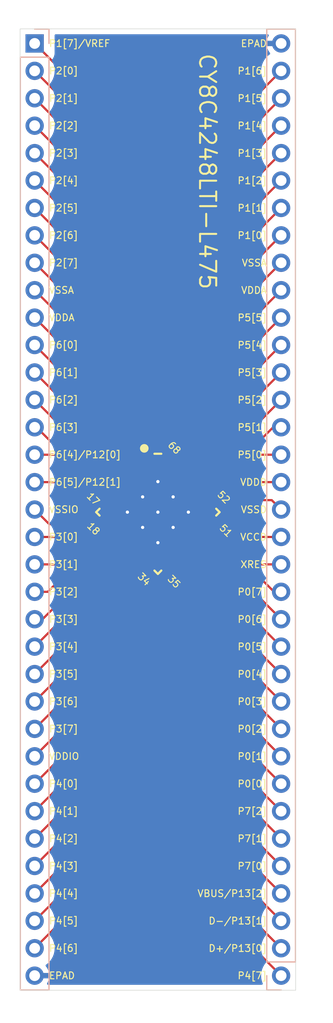
<source format=kicad_pcb>
(kicad_pcb (version 20240108) (generator "pcbnew") (generator_version "8.0")
  (layers (0 "F.Cu" signal) (31 "B.Cu" signal) (34 "B.Paste" user) (35 "F.Paste" user) (36 "B.SilkS" user "B.Silkscreen") (37 "F.SilkS" user "F.Silkscreen") (38 "B.Mask" user) (39 "F.Mask" user) (44 "Edge.Cuts" user))
  (net 0 "")
  (net 1 "/P2_4")
  (net 2 "/P4_5")
  (net 3 "/P4_4")
  (net 4 "/P6_3")
  (net 5 "/P2_7")
  (net 6 "/P2_1")
  (net 7 "/VSSIO")
  (net 8 "/P3_3")
  (net 9 "/P6_4_P12_0")
  (net 10 "/P4_1")
  (net 11 "/P2_0")
  (net 12 "/P6_5_P12_1")
  (net 13 "/P6_0")
  (net 14 "/P6_2")
  (net 15 "/P3_2")
  (net 16 "/P4_2")
  (net 17 "/P3_6")
  (net 18 "/VDDIO")
  (net 19 "/P2_6")
  (net 20 "/P3_5")
  (net 21 "/EPAD")
  (net 22 "/P2_5")
  (net 23 "/P1_7_VREF")
  (net 24 "/P2_2")
  (net 25 "/P3_0")
  (net 26 "/P2_3")
  (net 27 "/P3_7")
  (net 28 "/P6_1")
  (net 29 "/P3_4")
  (net 30 "/P4_0")
  (net 31 "/P3_1")
  (net 32 "/P4_6")
  (net 33 "/P4_3")
  (net 34 "/VDDD")
  (net 35 "/P5_3")
  (net 36 "/P1_1")
  (net 37 "/P1_0")
  (net 38 "/P0_3")
  (net 39 "/VCCD")
  (net 40 "/P0_1")
  (net 41 "/P5_4")
  (net 42 "/VBUS_P13_2")
  (net 43 "/XRES")
  (net 44 "/D+_P13_0")
  (net 45 "/P7_1")
  (net 46 "/P1_5")
  (net 47 "/P0_7")
  (net 48 "/P0_2")
  (net 49 "/P0_4")
  (net 50 "/P7_0")
  (net 51 "/P0_6")
  (net 52 "/P5_5")
  (net 53 "/P1_4")
  (net 54 "/P5_1")
  (net 55 "/P4_7")
  (net 56 "/VSSD")
  (net 57 "/P1_6")
  (net 58 "/P0_0")
  (net 59 "/P5_2")
  (net 60 "/P7_2")
  (net 61 "/D-_P13_1")
  (net 62 "/P1_2")
  (net 63 "/P5_0")
  (net 64 "/P1_3")
  (net 65 "/P0_5")
  (net 66 "/VSSA_0")
  (net 67 "/VSSA_1")
  (net 68 "/VDDA_0")
  (net 69 "/VDDA_1")
  (footprint "CY8C4248LTI-L475:QFN40P800X800X100-69N" (layer "F.Cu") (at 57.712 62.993889 -45)
    (property "Reference" "U1" (hide yes))
    (property "Value" "*")
    (fp_line (start -4.05 4.05) (end -4.05 3.6) (stroke (width 0.2)) (layer "F.SilkS"))
    (fp_line (start -4.05 4.05) (end -3.6 4.05) (stroke (width 0.2)) (layer "F.SilkS"))
    (fp_line (start -4.05 -3.6) (end -3.6 -4.05) (stroke (width 0.2)) (layer "F.SilkS"))
    (fp_line (start 3.6 4.05) (end 4.05 4.05) (stroke (width 0.2)) (layer "F.SilkS"))
    (fp_line (start 4.05 4.05) (end 4.05 3.6) (stroke (width 0.2)) (layer "F.SilkS"))
    (fp_line (start 3.6 -4.05) (end 4.05 -4.05) (stroke (width 0.2)) (layer "F.SilkS"))
    (fp_line (start 4.05 -3.6) (end 4.05 -4.05) (stroke (width 0.2)) (layer "F.SilkS"))
    (fp_circle (center -5.0707 -3.2851) (end -5.0707 -3.4852) (stroke (width 0.4)) (fill none) (layer "F.SilkS"))
    (fp_text user "17" (at -5.7752 3.744121 -45) (layer "F.SilkS") (effects (font (size 0.632 0.632) (thickness 0.1)) (justify left bottom)))
    (fp_text user "51" (at 5 -2.87258 -45) (layer "F.SilkS") (effects (font (size 0.632 0.632) (thickness 0.1)) (justify left bottom)))
    (fp_text user "34" (at 2.825 5.67742 -45) (layer "F.SilkS") (effects (font (size 0.632 0.632) (thickness 0.1)) (justify left bottom)))
    (fp_text user "35" (at 4.9499 3.86912 -45) (layer "F.SilkS") (effects (font (size 0.632 0.632) (thickness 0.1)) (justify left bottom)))
    (fp_text user "52" (at 2.675 -4.922212 -45) (layer "F.SilkS") (effects (font (size 0.635 0.635) (thickness 0.1)) (justify left bottom)))
    (fp_text user "68" (at -3.8 -4.922212 -45) (layer "F.SilkS") (effects (font (size 0.635 0.635) (thickness 0.1)) (justify left bottom)))
    (fp_text user "18" (at -3.8 5.67742 -45) (layer "F.SilkS") (effects (font (size 0.632 0.632) (thickness 0.1)) (justify left bottom)))
    (pad "" smd circle (at -4.8095 4.8095 315) (size 1 1) (layers "F.Cu" "F.Paste" "F.Mask"))
    (pad "" smd circle (at 4.8095 -4.8095 315) (size 1 1) (layers "F.Cu" "F.Paste" "F.Mask"))
    (pad "1" smd oval (at -3.95 -3.2 315) (size 0.85 0.2) (layers "F.Cu" "F.Paste" "F.Mask") (net 23 "/P1_7_VREF"))
    (pad "2" smd oval (at -3.95 -2.8 315) (size 0.85 0.2) (layers "F.Cu" "F.Paste" "F.Mask") (net 11 "/P2_0"))
    (pad "3" smd oval (at -3.95 -2.4 315) (size 0.85 0.2) (layers "F.Cu" "F.Paste" "F.Mask") (net 6 "/P2_1"))
    (pad "4" smd oval (at -3.95 -2 315) (size 0.85 0.2) (layers "F.Cu" "F.Paste" "F.Mask") (net 24 "/P2_2"))
    (pad "5" smd oval (at -3.95 -1.6 315) (size 0.85 0.2) (layers "F.Cu" "F.Paste" "F.Mask") (net 26 "/P2_3"))
    (pad "6" smd oval (at -3.95 -1.2 315) (size 0.85 0.2) (layers "F.Cu" "F.Paste" "F.Mask") (net 1 "/P2_4"))
    (pad "7" smd oval (at -3.95 -0.8 315) (size 0.85 0.2) (layers "F.Cu" "F.Paste" "F.Mask") (net 22 "/P2_5"))
    (pad "8" smd oval (at -3.95 -0.4 315) (size 0.85 0.2) (layers "F.Cu" "F.Paste" "F.Mask") (net 19 "/P2_6"))
    (pad "9" smd oval (at -3.95 0 315) (size 0.85 0.2) (layers "F.Cu" "F.Paste" "F.Mask") (net 5 "/P2_7"))
    (pad "10" smd oval (at -3.95 0.4 315) (size 0.85 0.2) (layers "F.Cu" "F.Paste" "F.Mask") (net 66 "/VSSA_0"))
    (pad "11" smd oval (at -3.95 0.8 315) (size 0.85 0.2) (layers "F.Cu" "F.Paste" "F.Mask") (net 68 "/VDDA_0"))
    (pad "12" smd oval (at -3.95 1.2 315) (size 0.85 0.2) (layers "F.Cu" "F.Paste" "F.Mask") (net 13 "/P6_0"))
    (pad "13" smd oval (at -3.95 1.6 315) (size 0.85 0.2) (layers "F.Cu" "F.Paste" "F.Mask") (net 28 "/P6_1"))
    (pad "14" smd oval (at -3.95 2 315) (size 0.85 0.2) (layers "F.Cu" "F.Paste" "F.Mask") (net 14 "/P6_2"))
    (pad "15" smd oval (at -3.95 2.4 315) (size 0.85 0.2) (layers "F.Cu" "F.Paste" "F.Mask") (net 4 "/P6_3"))
    (pad "16" smd oval (at -3.95 2.8 315) (size 0.85 0.2) (layers "F.Cu" "F.Paste" "F.Mask") (net 9 "/P6_4_P12_0"))
    (pad "17" smd oval (at -3.95 3.2 315) (size 0.85 0.2) (layers "F.Cu" "F.Paste" "F.Mask") (net 12 "/P6_5_P12_1"))
    (pad "18" smd oval (at -3.2 3.95 45) (size 0.85 0.2) (layers "F.Cu" "F.Paste" "F.Mask") (net 7 "/VSSIO"))
    (pad "19" smd oval (at -2.8 3.95 45) (size 0.85 0.2) (layers "F.Cu" "F.Paste" "F.Mask") (net 25 "/P3_0"))
    (pad "20" smd oval (at -2.4 3.95 45) (size 0.85 0.2) (layers "F.Cu" "F.Paste" "F.Mask") (net 31 "/P3_1"))
    (pad "21" smd oval (at -2 3.95 45) (size 0.85 0.2) (layers "F.Cu" "F.Paste" "F.Mask") (net 15 "/P3_2"))
    (pad "22" smd oval (at -1.6 3.95 45) (size 0.85 0.2) (layers "F.Cu" "F.Paste" "F.Mask") (net 8 "/P3_3"))
    (pad "23" smd oval (at -1.2 3.95 45) (size 0.85 0.2) (layers "F.Cu" "F.Paste" "F.Mask") (net 29 "/P3_4"))
    (pad "24" smd oval (at -0.8 3.95 45) (size 0.85 0.2) (layers "F.Cu" "F.Paste" "F.Mask") (net 20 "/P3_5"))
    (pad "25" smd oval (at -0.4 3.95 45) (size 0.85 0.2) (layers "F.Cu" "F.Paste" "F.Mask") (net 17 "/P3_6"))
    (pad "26" smd oval (at 0 3.95 45) (size 0.85 0.2) (layers "F.Cu" "F.Paste" "F.Mask") (net 27 "/P3_7"))
    (pad "27" smd oval (at 0.4 3.95 45) (size 0.85 0.2) (layers "F.Cu" "F.Paste" "F.Mask") (net 18 "/VDDIO"))
    (pad "28" smd oval (at 0.8 3.95 45) (size 0.85 0.2) (layers "F.Cu" "F.Paste" "F.Mask") (net 30 "/P4_0"))
    (pad "29" smd oval (at 1.2 3.95 45) (size 0.85 0.2) (layers "F.Cu" "F.Paste" "F.Mask") (net 10 "/P4_1"))
    (pad "30" smd oval (at 1.6 3.95 45) (size 0.85 0.2) (layers "F.Cu" "F.Paste" "F.Mask") (net 16 "/P4_2"))
    (pad "31" smd oval (at 2 3.95 45) (size 0.85 0.2) (layers "F.Cu" "F.Paste" "F.Mask") (net 33 "/P4_3"))
    (pad "32" smd oval (at 2.4 3.95 45) (size 0.85 0.2) (layers "F.Cu" "F.Paste" "F.Mask") (net 3 "/P4_4"))
    (pad "33" smd oval (at 2.8 3.95 45) (size 0.85 0.2) (layers "F.Cu" "F.Paste" "F.Mask") (net 2 "/P4_5"))
    (pad "34" smd oval (at 3.2 3.95 45) (size 0.85 0.2) (layers "F.Cu" "F.Paste" "F.Mask") (net 32 "/P4_6"))
    (pad "35" smd oval (at 3.95 3.2 315) (size 0.85 0.2) (layers "F.Cu" "F.Paste" "F.Mask") (net 55 "/P4_7"))
    (pad "36" smd oval (at 3.95 2.8 315) (size 0.85 0.2) (layers "F.Cu" "F.Paste" "F.Mask") (net 44 "/D+_P13_0"))
    (pad "37" smd oval (at 3.95 2.4 315) (size 0.85 0.2) (layers "F.Cu" "F.Paste" "F.Mask") (net 61 "/D-_P13_1"))
    (pad "38" smd oval (at 3.95 2 315) (size 0.85 0.2) (layers "F.Cu" "F.Paste" "F.Mask") (net 42 "/VBUS_P13_2"))
    (pad "39" smd oval (at 3.95 1.6 315) (size 0.85 0.2) (layers "F.Cu" "F.Paste" "F.Mask") (net 50 "/P7_0"))
    (pad "40" smd oval (at 3.95 1.2 315) (size 0.85 0.2) (layers "F.Cu" "F.Paste" "F.Mask") (net 45 "/P7_1"))
    (pad "41" smd oval (at 3.95 0.8 315) (size 0.85 0.2) (layers "F.Cu" "F.Paste" "F.Mask") (net 60 "/P7_2"))
    (pad "42" smd oval (at 3.95 0.4 315) (size 0.85 0.2) (layers "F.Cu" "F.Paste" "F.Mask") (net 58 "/P0_0"))
    (pad "43" smd oval (at 3.95 0 315) (size 0.85 0.2) (layers "F.Cu" "F.Paste" "F.Mask") (net 40 "/P0_1"))
    (pad "44" smd oval (at 3.95 -0.4 315) (size 0.85 0.2) (layers "F.Cu" "F.Paste" "F.Mask") (net 48 "/P0_2"))
    (pad "45" smd oval (at 3.95 -0.8 315) (size 0.85 0.2) (layers "F.Cu" "F.Paste" "F.Mask") (net 38 "/P0_3"))
    (pad "46" smd oval (at 3.95 -1.2 315) (size 0.85 0.2) (layers "F.Cu" "F.Paste" "F.Mask") (net 49 "/P0_4"))
    (pad "47" smd oval (at 3.95 -1.6 315) (size 0.85 0.2) (layers "F.Cu" "F.Paste" "F.Mask") (net 65 "/P0_5"))
    (pad "48" smd oval (at 3.95 -2 315) (size 0.85 0.2) (layers "F.Cu" "F.Paste" "F.Mask") (net 51 "/P0_6"))
    (pad "49" smd oval (at 3.95 -2.4 315) (size 0.85 0.2) (layers "F.Cu" "F.Paste" "F.Mask") (net 47 "/P0_7"))
    (pad "50" smd oval (at 3.95 -2.8 315) (size 0.85 0.2) (layers "F.Cu" "F.Paste" "F.Mask") (net 43 "/XRES"))
    (pad "51" smd oval (at 3.95 -3.2 315) (size 0.85 0.2) (layers "F.Cu" "F.Paste" "F.Mask") (net 39 "/VCCD"))
    (pad "52" smd oval (at 3.2 -3.95 45) (size 0.85 0.2) (layers "F.Cu" "F.Paste" "F.Mask") (net 56 "/VSSD"))
    (pad "53" smd oval (at 2.8 -3.95 45) (size 0.85 0.2) (layers "F.Cu" "F.Paste" "F.Mask") (net 34 "/VDDD"))
    (pad "54" smd oval (at 2.4 -3.95 45) (size 0.85 0.2) (layers "F.Cu" "F.Paste" "F.Mask") (net 63 "/P5_0"))
    (pad "55" smd oval (at 2 -3.95 45) (size 0.85 0.2) (layers "F.Cu" "F.Paste" "F.Mask") (net 54 "/P5_1"))
    (pad "56" smd oval (at 1.6 -3.95 45) (size 0.85 0.2) (layers "F.Cu" "F.Paste" "F.Mask") (net 59 "/P5_2"))
    (pad "57" smd oval (at 1.2 -3.95 45) (size 0.85 0.2) (layers "F.Cu" "F.Paste" "F.Mask") (net 35 "/P5_3"))
    (pad "58" smd oval (at 0.8 -3.95 45) (size 0.85 0.2) (layers "F.Cu" "F.Paste" "F.Mask") (net 41 "/P5_4"))
    (pad "59" smd oval (at 0.4 -3.95 45) (size 0.85 0.2) (layers "F.Cu" "F.Paste" "F.Mask") (net 52 "/P5_5"))
    (pad "60" smd oval (at 0 -3.95 45) (size 0.85 0.2) (layers "F.Cu" "F.Paste" "F.Mask") (net 69 "/VDDA_1"))
    (pad "61" smd oval (at -0.4 -3.95 45) (size 0.85 0.2) (layers "F.Cu" "F.Paste" "F.Mask") (net 67 "/VSSA_1"))
    (pad "62" smd oval (at -0.8 -3.95 45) (size 0.85 0.2) (layers "F.Cu" "F.Paste" "F.Mask") (net 37 "/P1_0"))
    (pad "63" smd oval (at -1.2 -3.95 45) (size 0.85 0.2) (layers "F.Cu" "F.Paste" "F.Mask") (net 36 "/P1_1"))
    (pad "64" smd oval (at -1.6 -3.95 45) (size 0.85 0.2) (layers "F.Cu" "F.Paste" "F.Mask") (net 62 "/P1_2"))
    (pad "65" smd oval (at -2 -3.95 45) (size 0.85 0.2) (layers "F.Cu" "F.Paste" "F.Mask") (net 64 "/P1_3"))
    (pad "66" smd oval (at -2.4 -3.95 45) (size 0.85 0.2) (layers "F.Cu" "F.Paste" "F.Mask") (net 53 "/P1_4"))
    (pad "67" smd oval (at -2.8 -3.95 45) (size 0.85 0.2) (layers "F.Cu" "F.Paste" "F.Mask") (net 46 "/P1_5"))
    (pad "68" smd oval (at -3.2 -3.95 45) (size 0.85 0.2) (layers "F.Cu" "F.Paste" "F.Mask") (net 57 "/P1_6"))
    (pad "69" smd rect (at 0 0 45) (size 5.8 5.8) (layers "F.Cu" "F.Paste" "F.Mask") (net 21 "/EPAD"))
  )
  (footprint "Connector_PinHeader_2.54mm:PinHeader_1x35_P2.54mm_Vertical" (layer "B.Cu") (at 46.282 19.5734 180)
    (property "Reference" "J1" (hide yes))
    (property "Value" "Conn_01x35" (hide yes))
    (fp_line (start 1.33 -1.27) (end -1.33 -1.27) (stroke (width 0.12)) (layer "B.SilkS"))
    (fp_line (start 1.33 -87.69) (end 1.33 -1.27) (stroke (width 0.12)) (layer "B.SilkS"))
    (fp_line (start 1.33 -87.69) (end -1.33 -87.69) (stroke (width 0.12)) (layer "B.SilkS"))
    (fp_line (start 0 1.33) (end -1.33 1.33) (stroke (width 0.12)) (layer "B.SilkS"))
    (fp_line (start -1.33 1.33) (end -1.33 0) (stroke (width 0.12)) (layer "B.SilkS"))
    (fp_line (start -1.33 -87.69) (end -1.33 -1.27) (stroke (width 0.12)) (layer "B.SilkS"))
    (pad "1" thru_hole rect (at 0 0 180) (size 1.7 1.7) (drill 1) (layers "*.Cu" "*.Mask") (net 23 "/P1_7_VREF"))
    (pad "2" thru_hole oval (at 0 -2.54 180) (size 1.7 1.7) (drill 1) (layers "*.Cu" "*.Mask") (net 11 "/P2_0"))
    (pad "3" thru_hole oval (at 0 -5.08 180) (size 1.7 1.7) (drill 1) (layers "*.Cu" "*.Mask") (net 6 "/P2_1"))
    (pad "4" thru_hole oval (at 0 -7.62 180) (size 1.7 1.7) (drill 1) (layers "*.Cu" "*.Mask") (net 24 "/P2_2"))
    (pad "5" thru_hole oval (at 0 -10.16 180) (size 1.7 1.7) (drill 1) (layers "*.Cu" "*.Mask") (net 26 "/P2_3"))
    (pad "6" thru_hole oval (at 0 -12.7 180) (size 1.7 1.7) (drill 1) (layers "*.Cu" "*.Mask") (net 1 "/P2_4"))
    (pad "7" thru_hole oval (at 0 -15.24 180) (size 1.7 1.7) (drill 1) (layers "*.Cu" "*.Mask") (net 22 "/P2_5"))
    (pad "8" thru_hole oval (at 0 -17.78 180) (size 1.7 1.7) (drill 1) (layers "*.Cu" "*.Mask") (net 19 "/P2_6"))
    (pad "9" thru_hole oval (at 0 -20.32 180) (size 1.7 1.7) (drill 1) (layers "*.Cu" "*.Mask") (net 5 "/P2_7"))
    (pad "10" thru_hole oval (at 0 -22.86 180) (size 1.7 1.7) (drill 1) (layers "*.Cu" "*.Mask") (net 66 "/VSSA_0"))
    (pad "11" thru_hole oval (at 0 -25.4 180) (size 1.7 1.7) (drill 1) (layers "*.Cu" "*.Mask") (net 68 "/VDDA_0"))
    (pad "12" thru_hole oval (at 0 -27.94 180) (size 1.7 1.7) (drill 1) (layers "*.Cu" "*.Mask") (net 13 "/P6_0"))
    (pad "13" thru_hole oval (at 0 -30.48 180) (size 1.7 1.7) (drill 1) (layers "*.Cu" "*.Mask") (net 28 "/P6_1"))
    (pad "14" thru_hole oval (at 0 -33.02 180) (size 1.7 1.7) (drill 1) (layers "*.Cu" "*.Mask") (net 14 "/P6_2"))
    (pad "15" thru_hole oval (at 0 -35.56 180) (size 1.7 1.7) (drill 1) (layers "*.Cu" "*.Mask") (net 4 "/P6_3"))
    (pad "16" thru_hole oval (at 0 -38.1 180) (size 1.7 1.7) (drill 1) (layers "*.Cu" "*.Mask") (net 9 "/P6_4_P12_0"))
    (pad "17" thru_hole oval (at 0 -40.64 180) (size 1.7 1.7) (drill 1) (layers "*.Cu" "*.Mask") (net 12 "/P6_5_P12_1"))
    (pad "18" thru_hole oval (at 0 -43.18 180) (size 1.7 1.7) (drill 1) (layers "*.Cu" "*.Mask") (net 7 "/VSSIO"))
    (pad "19" thru_hole oval (at 0 -45.72 180) (size 1.7 1.7) (drill 1) (layers "*.Cu" "*.Mask") (net 25 "/P3_0"))
    (pad "20" thru_hole oval (at 0 -48.26 180) (size 1.7 1.7) (drill 1) (layers "*.Cu" "*.Mask") (net 31 "/P3_1"))
    (pad "21" thru_hole oval (at 0 -50.8 180) (size 1.7 1.7) (drill 1) (layers "*.Cu" "*.Mask") (net 15 "/P3_2"))
    (pad "22" thru_hole oval (at 0 -53.34 180) (size 1.7 1.7) (drill 1) (layers "*.Cu" "*.Mask") (net 8 "/P3_3"))
    (pad "23" thru_hole oval (at 0 -55.88 180) (size 1.7 1.7) (drill 1) (layers "*.Cu" "*.Mask") (net 29 "/P3_4"))
    (pad "24" thru_hole oval (at 0 -58.42 180) (size 1.7 1.7) (drill 1) (layers "*.Cu" "*.Mask") (net 20 "/P3_5"))
    (pad "25" thru_hole oval (at 0 -60.96 180) (size 1.7 1.7) (drill 1) (layers "*.Cu" "*.Mask") (net 17 "/P3_6"))
    (pad "26" thru_hole oval (at 0 -63.5 180) (size 1.7 1.7) (drill 1) (layers "*.Cu" "*.Mask") (net 27 "/P3_7"))
    (pad "27" thru_hole oval (at 0 -66.04 180) (size 1.7 1.7) (drill 1) (layers "*.Cu" "*.Mask") (net 18 "/VDDIO"))
    (pad "28" thru_hole oval (at 0 -68.58 180) (size 1.7 1.7) (drill 1) (layers "*.Cu" "*.Mask") (net 30 "/P4_0"))
    (pad "29" thru_hole oval (at 0 -71.12 180) (size 1.7 1.7) (drill 1) (layers "*.Cu" "*.Mask") (net 10 "/P4_1"))
    (pad "30" thru_hole oval (at 0 -73.66 180) (size 1.7 1.7) (drill 1) (layers "*.Cu" "*.Mask") (net 16 "/P4_2"))
    (pad "31" thru_hole oval (at 0 -76.2 180) (size 1.7 1.7) (drill 1) (layers "*.Cu" "*.Mask") (net 33 "/P4_3"))
    (pad "32" thru_hole oval (at 0 -78.74 180) (size 1.7 1.7) (drill 1) (layers "*.Cu" "*.Mask") (net 3 "/P4_4"))
    (pad "33" thru_hole oval (at 0 -81.28 180) (size 1.7 1.7) (drill 1) (layers "*.Cu" "*.Mask") (net 2 "/P4_5"))
    (pad "34" thru_hole oval (at 0 -83.82 180) (size 1.7 1.7) (drill 1) (layers "*.Cu" "*.Mask") (net 32 "/P4_6"))
    (pad "35" thru_hole oval (at 0 -86.36 180) (size 1.7 1.7) (drill 1) (layers "*.Cu" "*.Mask") (net 21 "/EPAD"))
  )
  (footprint "Connector_PinHeader_2.54mm:PinHeader_1x35_P2.54mm_Vertical" (layer "B.Cu") (at 69.142 105.9334)
    (property "Reference" "J2" (hide yes))
    (property "Value" "Conn_01x35" (hide yes))
    (fp_line (start -1.33 -87.69) (end -1.33 -1.27) (stroke (width 0.12)) (layer "B.SilkS"))
    (fp_line (start -1.33 1.33) (end -1.33 0) (stroke (width 0.12)) (layer "B.SilkS"))
    (fp_line (start 0 1.33) (end -1.33 1.33) (stroke (width 0.12)) (layer "B.SilkS"))
    (fp_line (start 1.33 -87.69) (end -1.33 -87.69) (stroke (width 0.12)) (layer "B.SilkS"))
    (fp_line (start 1.33 -87.69) (end 1.33 -1.27) (stroke (width 0.12)) (layer "B.SilkS"))
    (fp_line (start 1.33 -1.27) (end -1.33 -1.27) (stroke (width 0.12)) (layer "B.SilkS"))
    (pad "1" thru_hole circle (at 0 0) (size 1.7 1.7) (drill 1) (layers "*.Cu" "*.Mask") (net 55 "/P4_7"))
    (pad "2" thru_hole oval (at 0 -2.54) (size 1.7 1.7) (drill 1) (layers "*.Cu" "*.Mask") (net 44 "/D+_P13_0"))
    (pad "3" thru_hole oval (at 0 -5.08) (size 1.7 1.7) (drill 1) (layers "*.Cu" "*.Mask") (net 61 "/D-_P13_1"))
    (pad "4" thru_hole oval (at 0 -7.62) (size 1.7 1.7) (drill 1) (layers "*.Cu" "*.Mask") (net 42 "/VBUS_P13_2"))
    (pad "5" thru_hole oval (at 0 -10.16) (size 1.7 1.7) (drill 1) (layers "*.Cu" "*.Mask") (net 50 "/P7_0"))
    (pad "6" thru_hole oval (at 0 -12.7) (size 1.7 1.7) (drill 1) (layers "*.Cu" "*.Mask") (net 45 "/P7_1"))
    (pad "7" thru_hole oval (at 0 -15.24) (size 1.7 1.7) (drill 1) (layers "*.Cu" "*.Mask") (net 60 "/P7_2"))
    (pad "8" thru_hole oval (at 0 -17.78) (size 1.7 1.7) (drill 1) (layers "*.Cu" "*.Mask") (net 58 "/P0_0"))
    (pad "9" thru_hole oval (at 0 -20.32) (size 1.7 1.7) (drill 1) (layers "*.Cu" "*.Mask") (net 40 "/P0_1"))
    (pad "10" thru_hole oval (at 0 -22.86) (size 1.7 1.7) (drill 1) (layers "*.Cu" "*.Mask") (net 48 "/P0_2"))
    (pad "11" thru_hole oval (at 0 -25.4) (size 1.7 1.7) (drill 1) (layers "*.Cu" "*.Mask") (net 38 "/P0_3"))
    (pad "12" thru_hole oval (at 0 -27.94) (size 1.7 1.7) (drill 1) (layers "*.Cu" "*.Mask") (net 49 "/P0_4"))
    (pad "13" thru_hole oval (at 0 -30.48) (size 1.7 1.7) (drill 1) (layers "*.Cu" "*.Mask") (net 65 "/P0_5"))
    (pad "14" thru_hole oval (at 0 -33.02) (size 1.7 1.7) (drill 1) (layers "*.Cu" "*.Mask") (net 51 "/P0_6"))
    (pad "15" thru_hole oval (at 0 -35.56) (size 1.7 1.7) (drill 1) (layers "*.Cu" "*.Mask") (net 47 "/P0_7"))
    (pad "16" thru_hole oval (at 0 -38.1) (size 1.7 1.7) (drill 1) (layers "*.Cu" "*.Mask") (net 43 "/XRES"))
    (pad "17" thru_hole oval (at 0 -40.64) (size 1.7 1.7) (drill 1) (layers "*.Cu" "*.Mask") (net 39 "/VCCD"))
    (pad "18" thru_hole oval (at 0 -43.18) (size 1.7 1.7) (drill 1) (layers "*.Cu" "*.Mask") (net 56 "/VSSD"))
    (pad "19" thru_hole oval (at 0 -45.72) (size 1.7 1.7) (drill 1) (layers "*.Cu" "*.Mask") (net 34 "/VDDD"))
    (pad "20" thru_hole oval (at 0 -48.26) (size 1.7 1.7) (drill 1) (layers "*.Cu" "*.Mask") (net 63 "/P5_0"))
    (pad "21" thru_hole oval (at 0 -50.8) (size 1.7 1.7) (drill 1) (layers "*.Cu" "*.Mask") (net 54 "/P5_1"))
    (pad "22" thru_hole oval (at 0 -53.34) (size 1.7 1.7) (drill 1) (layers "*.Cu" "*.Mask") (net 59 "/P5_2"))
    (pad "23" thru_hole oval (at 0 -55.88) (size 1.7 1.7) (drill 1) (layers "*.Cu" "*.Mask") (net 35 "/P5_3"))
    (pad "24" thru_hole oval (at 0 -58.42) (size 1.7 1.7) (drill 1) (layers "*.Cu" "*.Mask") (net 41 "/P5_4"))
    (pad "25" thru_hole oval (at 0 -60.96) (size 1.7 1.7) (drill 1) (layers "*.Cu" "*.Mask") (net 52 "/P5_5"))
    (pad "26" thru_hole oval (at 0 -63.5) (size 1.7 1.7) (drill 1) (layers "*.Cu" "*.Mask") (net 69 "/VDDA_1"))
    (pad "27" thru_hole oval (at 0 -66.04) (size 1.7 1.7) (drill 1) (layers "*.Cu" "*.Mask") (net 67 "/VSSA_1"))
    (pad "28" thru_hole oval (at 0 -68.58) (size 1.7 1.7) (drill 1) (layers "*.Cu" "*.Mask") (net 37 "/P1_0"))
    (pad "29" thru_hole oval (at 0 -71.12) (size 1.7 1.7) (drill 1) (layers "*.Cu" "*.Mask") (net 36 "/P1_1"))
    (pad "30" thru_hole oval (at 0 -73.66) (size 1.7 1.7) (drill 1) (layers "*.Cu" "*.Mask") (net 62 "/P1_2"))
    (pad "31" thru_hole oval (at 0 -76.2) (size 1.7 1.7) (drill 1) (layers "*.Cu" "*.Mask") (net 64 "/P1_3"))
    (pad "32" thru_hole oval (at 0 -78.74) (size 1.7 1.7) (drill 1) (layers "*.Cu" "*.Mask") (net 53 "/P1_4"))
    (pad "33" thru_hole oval (at 0 -81.28) (size 1.7 1.7) (drill 1) (layers "*.Cu" "*.Mask") (net 46 "/P1_5"))
    (pad "34" thru_hole oval (at 0 -83.82) (size 1.7 1.7) (drill 1) (layers "*.Cu" "*.Mask") (net 57 "/P1_6"))
    (pad "35" thru_hole oval (at 0 -86.36) (size 1.7 1.7) (drill 1) (layers "*.Cu" "*.Mask") (net 21 "/EPAD"))
  )
  (gr_line (start 70.492 107.2834) (end 44.932 107.2834) (stroke (width 0.05)) (layer "Edge.Cuts"))
  (gr_line (start 70.492 107.2834) (end 70.492 18.2234) (stroke (width 0.05)) (layer "Edge.Cuts"))
  (gr_line (start 70.492 18.2234) (end 44.932 18.2234) (stroke (width 0.05)) (layer "Edge.Cuts"))
  (gr_line (start 44.932 107.2834) (end 44.932 18.2234) (stroke (width 0.05)) (layer "Edge.Cuts"))
  (gr_text "P3[3]" (at 47.552 72.9134 0) (layer "F.SilkS") (effects (font (size 0.635 0.635) (thickness 0.1)) (justify left)))
  (gr_text "P3[1]" (at 47.552 67.8334 0) (layer "F.SilkS") (effects (font (size 0.635 0.635) (thickness 0.1)) (justify left)))
  (gr_text "VCCD" (at 67.872 65.3034 0) (layer "F.SilkS") (effects (font (size 0.635 0.635) (thickness 0.1)) (justify right)))
  (gr_text "P4[4]" (at 47.552 98.3134 0) (layer "F.SilkS") (effects (font (size 0.635 0.635) (thickness 0.1)) (justify left)))
  (gr_text "P6[5]/P12[1]" (at 47.552 60.2134 0) (layer "F.SilkS") (effects (font (size 0.635 0.635) (thickness 0.1)) (justify left)))
  (gr_text "P1[3]" (at 67.872 29.7434 0) (layer "F.SilkS") (effects (font (size 0.635 0.635) (thickness 0.1)) (justify right)))
  (gr_text "P0[5]" (at 67.872 75.4634 0) (layer "F.SilkS") (effects (font (size 0.635 0.635) (thickness 0.1)) (justify right)))
  (gr_text "XRES" (at 67.872 67.8434 0) (layer "F.SilkS") (effects (font (size 0.635 0.635) (thickness 0.1)) (justify right)))
  (gr_text "P2[0]" (at 47.552 22.1134 0) (layer "F.SilkS") (effects (font (size 0.635 0.635) (thickness 0.1)) (justify left)))
  (gr_text "P6[3]" (at 47.552 55.1334 0) (layer "F.SilkS") (effects (font (size 0.635 0.635) (thickness 0.1)) (justify left)))
  (gr_text "P3[6]" (at 47.552 80.5334 0) (layer "F.SilkS") (effects (font (size 0.635 0.635) (thickness 0.1)) (justify left)))
  (gr_text "P6[1]" (at 47.552 50.0534 0) (layer "F.SilkS") (effects (font (size 0.635 0.635) (thickness 0.1)) (justify left)))
  (gr_text "P5[1]" (at 67.872 55.1434 0) (layer "F.SilkS") (effects (font (size 0.635 0.635) (thickness 0.1)) (justify right)))
  (gr_text "P3[4]" (at 47.552 75.4534 0) (layer "F.SilkS") (effects (font (size 0.635 0.635) (thickness 0.1)) (justify left)))
  (gr_text "P2[3]" (at 47.552 29.7334 0) (layer "F.SilkS") (effects (font (size 0.635 0.635) (thickness 0.1)) (justify left)))
  (gr_text "P1[4]" (at 67.872 27.2034 0) (layer "F.SilkS") (effects (font (size 0.635 0.635) (thickness 0.1)) (justify right)))
  (gr_text "P1[0]" (at 67.872 37.3634 0) (layer "F.SilkS") (effects (font (size 0.635 0.635) (thickness 0.1)) (justify right)))
  (gr_text "P5[2]" (at 67.872 52.6034 0) (layer "F.SilkS") (effects (font (size 0.635 0.635) (thickness 0.1)) (justify right)))
  (gr_text "VBUS/P13[2]" (at 67.872 98.3234 0) (layer "F.SilkS") (effects (font (size 0.635 0.635) (thickness 0.1)) (justify right)))
  (gr_text "P0[0]" (at 67.872 88.1634 0) (layer "F.SilkS") (effects (font (size 0.635 0.635) (thickness 0.1)) (justify right)))
  (gr_text "P6[2]" (at 47.552 52.5934 0) (layer "F.SilkS") (effects (font (size 0.635 0.635) (thickness 0.1)) (justify left)))
  (gr_text "P7[2]" (at 67.872 90.7034 0) (layer "F.SilkS") (effects (font (size 0.635 0.635) (thickness 0.1)) (justify right)))
  (gr_text "EPAD" (at 47.552 105.9334 0) (layer "F.SilkS") (effects (font (size 0.635 0.635) (thickness 0.1)) (justify left)))
  (gr_text "P2[4]" (at 47.552 32.2734 0) (layer "F.SilkS") (effects (font (size 0.635 0.635) (thickness 0.1)) (justify left)))
  (gr_text "VDDD" (at 67.872 60.2234 0) (layer "F.SilkS") (effects (font (size 0.635 0.635) (thickness 0.1)) (justify right)))
  (gr_text "P4[3]" (at 47.552 95.7734 0) (layer "F.SilkS") (effects (font (size 0.635 0.635) (thickness 0.1)) (justify left)))
  (gr_text "P0[2]" (at 67.872 83.0834 0) (layer "F.SilkS") (effects (font (size 0.635 0.635) (thickness 0.1)) (justify right)))
  (gr_text "P5[5]" (at 67.872 44.9834 0) (layer "F.SilkS") (effects (font (size 0.635 0.635) (thickness 0.1)) (justify right)))
  (gr_text "P2[6]" (at 47.552 37.3534 0) (layer "F.SilkS") (effects (font (size 0.635 0.635) (thickness 0.1)) (justify left)))
  (gr_text "P0[3]" (at 67.872 80.5434 0) (layer "F.SilkS") (effects (font (size 0.635 0.635) (thickness 0.1)) (justify right)))
  (gr_text "P4[5]" (at 47.552 100.8534 0) (layer "F.SilkS") (effects (font (size 0.635 0.635) (thickness 0.1)) (justify left)))
  (gr_text "P4[6]" (at 47.552 103.3934 0) (layer "F.SilkS") (effects (font (size 0.635 0.635) (thickness 0.1)) (justify left)))
  (gr_text "P6[0]" (at 47.552 47.5134 0) (layer "F.SilkS") (effects (font (size 0.635 0.635) (thickness 0.1)) (justify left)))
  (gr_text "P1[1]" (at 67.872 34.8234 0) (layer "F.SilkS") (effects (font (size 0.635 0.635) (thickness 0.1)) (justify right)))
  (gr_text "P1[6]" (at 67.872 22.1234 0) (layer "F.SilkS") (effects (font (size 0.635 0.635) (thickness 0.1)) (justify right)))
  (gr_text "P4[1]" (at 47.552 90.6934 0) (layer "F.SilkS") (effects (font (size 0.635 0.635) (thickness 0.1)) (justify left)))
  (gr_text "P0[7]" (at 67.872 70.3834 0) (layer "F.SilkS") (effects (font (size 0.635 0.635) (thickness 0.1)) (justify right)))
  (gr_text "P0[1]" (at 67.872 85.6234 0) (layer "F.SilkS") (effects (font (size 0.635 0.635) (thickness 0.1)) (justify right)))
  (gr_text "D-/P13[1]" (at 67.872 100.8634 0) (layer "F.SilkS") (effects (font (size 0.635 0.635) (thickness 0.1)) (justify right)))
  (gr_text "VSSD" (at 67.872 62.7634 0) (layer "F.SilkS") (effects (font (size 0.635 0.635) (thickness 0.1)) (justify right)))
  (gr_text "EPAD" (at 67.872 19.5834 0) (layer "F.SilkS") (effects (font (size 0.635 0.635) (thickness 0.1)) (justify right)))
  (gr_text "P5[4]" (at 67.872 47.5234 0) (layer "F.SilkS") (effects (font (size 0.635 0.635) (thickness 0.1)) (justify right)))
  (gr_text "VDDA" (at 47.552 44.9734 0) (layer "F.SilkS") (effects (font (size 0.635 0.635) (thickness 0.1)) (justify left)))
  (gr_text "P3[5]" (at 47.552 77.9934 0) (layer "F.SilkS") (effects (font (size 0.635 0.635) (thickness 0.1)) (justify left)))
  (gr_text "VSSIO" (at 47.552 62.7534 0) (layer "F.SilkS") (effects (font (size 0.635 0.635) (thickness 0.1)) (justify left)))
  (gr_text "VSSA" (at 67.872 39.9034 0) (layer "F.SilkS") (effects (font (size 0.635 0.635) (thickness 0.1)) (justify right)))
  (gr_text "P1[5]" (at 67.872 24.6634 0) (layer "F.SilkS") (effects (font (size 0.635 0.635) (thickness 0.1)) (justify right)))
  (gr_text "P3[0]" (at 47.552 65.2934 0) (layer "F.SilkS") (effects (font (size 0.635 0.635) (thickness 0.1)) (justify left)))
  (gr_text "VDDA" (at 67.872 42.4434 0) (layer "F.SilkS") (effects (font (size 0.635 0.635) (thickness 0.1)) (justify right)))
  (gr_text "P3[7]" (at 47.552 83.0734 0) (layer "F.SilkS") (effects (font (size 0.635 0.635) (thickness 0.1)) (justify left)))
  (gr_text "P4[0]" (at 47.552 88.1534 0) (layer "F.SilkS") (effects (font (size 0.635 0.635) (thickness 0.1)) (justify left)))
  (gr_text "P7[1]" (at 67.872 93.2434 0) (layer "F.SilkS") (effects (font (size 0.635 0.635) (thickness 0.1)) (justify right)))
  (gr_text "P1[7]/VREF" (at 47.552 19.5734 0) (layer "F.SilkS") (effects (font (size 0.635 0.635) (thickness 0.1)) (justify left)))
  (gr_text "P6[4]/P12[0]" (at 47.552 57.6734 0) (layer "F.SilkS") (effects (font (size 0.635 0.635) (thickness 0.1)) (justify left)))
  (gr_text "P4[2]" (at 47.552 93.2334 0) (layer "F.SilkS") (effects (font (size 0.635 0.635) (thickness 0.1)) (justify left)))
  (gr_text "P4[7]" (at 67.872 105.9334 0) (layer "F.SilkS") (effects (font (size 0.635 0.635) (thickness 0.1)) (justify right)))
  (gr_text "P2[2]" (at 47.552 27.1934 0) (layer "F.SilkS") (effects (font (size 0.635 0.635) (thickness 0.1)) (justify left)))
  (gr_text "P5[3]" (at 67.872 50.0634 0) (layer "F.SilkS") (effects (font (size 0.635 0.635) (thickness 0.1)) (justify right)))
  (gr_text "P0[4]" (at 67.872 78.0034 0) (layer "F.SilkS") (effects (font (size 0.635 0.635) (thickness 0.1)) (justify right)))
  (gr_text "P2[1]" (at 47.552 24.6534 0) (layer "F.SilkS") (effects (font (size 0.635 0.635) (thickness 0.1)) (justify left)))
  (gr_text "P2[7]" (at 47.552 39.8934 0) (layer "F.SilkS") (effects (font (size 0.635 0.635) (thickness 0.1)) (justify left)))
  (gr_text "P7[0]" (at 67.872 95.7834 0) (layer "F.SilkS") (effects (font (size 0.635 0.635) (thickness 0.1)) (justify right)))
  (gr_text "P0[6]" (at 67.872 72.9234 0) (layer "F.SilkS") (effects (font (size 0.635 0.635) (thickness 0.1)) (justify right)))
  (gr_text "VSSA" (at 47.552 42.4334 0) (layer "F.SilkS") (effects (font (size 0.635 0.635) (thickness 0.1)) (justify left)))
  (gr_text "P5[0]" (at 67.872 57.6834 0) (layer "F.SilkS") (effects (font (size 0.635 0.635) (thickness 0.1)) (justify right)))
  (gr_text "P1[2]" (at 67.872 32.2834 0) (layer "F.SilkS") (effects (font (size 0.635 0.635) (thickness 0.1)) (justify right)))
  (gr_text "VDDIO" (at 47.552 85.6134 0) (layer "F.SilkS") (effects (font (size 0.635 0.635) (thickness 0.1)) (justify left)))
  (gr_text "CY8C4248LTI-L475" (at 62.307 20.379 -90) (layer "F.SilkS") (effects (font (size 1.5 1.5) (thickness 0.1875)) (justify left)))
  (gr_text "P3[2]" (at 47.552 70.3734 0) (layer "F.SilkS") (effects (font (size 0.635 0.635) (thickness 0.1)) (justify left)))
  (gr_text "P2[5]" (at 47.552 34.8134 0) (layer "F.SilkS") (effects (font (size 0.635 0.635) (thickness 0.1)) (justify left)))
  (gr_text "D+/P13[0]" (at 67.872 103.4034 0) (layer "F.SilkS") (effects (font (size 0.635 0.635) (thickness 0.1)) (justify right)))
  (segment (start 54.95186 58.536693) (end 54.95186 40.94326) (width 0.2) (layer "F.Cu") (net 1))
  (segment (start 54.95186 40.94326) (end 46.282 32.2734) (width 0.2) (layer "F.Cu") (net 1))
  (segment (start 55.767456 59.352289) (end 54.95186 58.536693) (width 0.2) (layer "F.Cu") (net 1))
  (segment (start 56.55186 90.58354) (end 46.282 100.8534) (width 0.2) (layer "F.Cu") (net 2))
  (segment (start 56.55186 68.113827) (end 56.55186 90.58354) (width 0.2) (layer "F.Cu") (net 2))
  (segment (start 56.898827 67.76686) (end 56.55186 68.113827) (width 0.2) (layer "F.Cu") (net 2))
  (segment (start 56.15186 88.44354) (end 46.282 98.3134) (width 0.2) (layer "F.Cu") (net 3))
  (segment (start 56.615984 67.484017) (end 56.15186 67.948141) (width 0.2) (layer "F.Cu") (net 3))
  (segment (start 56.15186 67.948141) (end 56.15186 88.44354) (width 0.2) (layer "F.Cu") (net 3))
  (segment (start 46.457399 55.1334) (end 46.282 55.1334) (width 0.2) (layer "F.Cu") (net 4))
  (segment (start 53.221872 61.897873) (end 46.457399 55.1334) (width 0.2) (layer "F.Cu") (net 4))
  (segment (start 54.918928 60.200817) (end 53.75186 59.033749) (width 0.2) (layer "F.Cu") (net 5))
  (segment (start 53.75186 59.033749) (end 53.75186 47.36326) (width 0.2) (layer "F.Cu") (net 5))
  (segment (start 53.75186 47.36326) (end 46.282 39.8934) (width 0.2) (layer "F.Cu") (net 5))
  (segment (start 56.15186 34.52326) (end 46.282 24.6534) (width 0.2) (layer "F.Cu") (net 6))
  (segment (start 56.615984 58.503761) (end 56.15186 58.039637) (width 0.2) (layer "F.Cu") (net 6))
  (segment (start 56.15186 58.039637) (end 56.15186 34.52326) (width 0.2) (layer "F.Cu") (net 6))
  (segment (start 47.635189 64.106589) (end 46.282 62.7534) (width 0.2) (layer "F.Cu") (net 7))
  (segment (start 52.656187 63.524219) (end 52.073817 64.106589) (width 0.2) (layer "F.Cu") (net 7))
  (segment (start 52.073817 64.106589) (end 47.635189 64.106589) (width 0.2) (layer "F.Cu") (net 7))
  (segment (start 52.15186 66.291287) (end 52.15186 67.77214) (width 0.2) (layer "F.Cu") (net 8))
  (segment (start 53.787557 64.65559) (end 52.15186 66.291287) (width 0.2) (layer "F.Cu") (net 8))
  (segment (start 47.0106 72.9134) (end 46.282 72.9134) (width 0.2) (layer "F.Cu") (net 8))
  (segment (start 52.15186 67.77214) (end 47.0106 72.9134) (width 0.2) (layer "F.Cu") (net 8))
  (segment (start 52.939029 62.180716) (end 48.431713 57.6734) (width 0.2) (layer "F.Cu") (net 9))
  (segment (start 48.431713 57.6734) (end 46.282 57.6734) (width 0.2) (layer "F.Cu") (net 9))
  (segment (start 55.767456 66.635489) (end 54.95186 67.451085) (width 0.2) (layer "F.Cu") (net 10))
  (segment (start 54.95186 67.451085) (end 54.95186 82.02354) (width 0.2) (layer "F.Cu") (net 10))
  (segment (start 54.95186 82.02354) (end 46.282 90.6934) (width 0.2) (layer "F.Cu") (net 10))
  (segment (start 56.55186 57.873951) (end 56.55186 32.38326) (width 0.2) (layer "F.Cu") (net 11))
  (segment (start 56.898827 58.220918) (end 56.55186 57.873951) (width 0.2) (layer "F.Cu") (net 11))
  (segment (start 56.55186 32.38326) (end 46.282 22.1134) (width 0.2) (layer "F.Cu") (net 11))
  (segment (start 50.406028 60.2134) (end 46.282 60.2134) (width 0.2) (layer "F.Cu") (net 12))
  (segment (start 52.656187 62.463559) (end 50.406028 60.2134) (width 0.2) (layer "F.Cu") (net 12))
  (segment (start 52.55186 59.530805) (end 52.55186 53.78326) (width 0.2) (layer "F.Cu") (net 13))
  (segment (start 52.55186 53.78326) (end 46.282 47.5134) (width 0.2) (layer "F.Cu") (net 13))
  (segment (start 54.0704 61.049345) (end 52.55186 59.530805) (width 0.2) (layer "F.Cu") (net 13))
  (segment (start 51.75186 58.06326) (end 46.282 52.5934) (width 0.2) (layer "F.Cu") (net 14))
  (segment (start 53.504715 61.615031) (end 51.75186 59.862176) (width 0.2) (layer "F.Cu") (net 14))
  (segment (start 51.75186 59.862176) (end 51.75186 58.06326) (width 0.2) (layer "F.Cu") (net 14))
  (segment (start 53.504715 64.372747) (end 47.504062 70.3734) (width 0.2) (layer "F.Cu") (net 15))
  (segment (start 47.504062 70.3734) (end 46.282 70.3734) (width 0.2) (layer "F.Cu") (net 15))
  (segment (start 55.35186 84.16354) (end 46.282 93.2334) (width 0.2) (layer "F.Cu") (net 16))
  (segment (start 56.050299 66.918332) (end 55.35186 67.616771) (width 0.2) (layer "F.Cu") (net 16))
  (segment (start 55.35186 67.616771) (end 55.35186 84.16354) (width 0.2) (layer "F.Cu") (net 16))
  (segment (start 54.636086 65.504118) (end 53.35186 66.788344) (width 0.2) (layer "F.Cu") (net 17))
  (segment (start 53.35186 66.788344) (end 53.35186 73.46354) (width 0.2) (layer "F.Cu") (net 17))
  (segment (start 53.35186 73.46354) (end 46.282 80.5334) (width 0.2) (layer "F.Cu") (net 17))
  (segment (start 54.15186 67.119714) (end 54.15186 77.74354) (width 0.2) (layer "F.Cu") (net 18))
  (segment (start 55.201771 66.069803) (end 54.15186 67.119714) (width 0.2) (layer "F.Cu") (net 18))
  (segment (start 54.15186 77.74354) (end 46.282 85.6134) (width 0.2) (layer "F.Cu") (net 18))
  (segment (start 55.201771 59.917975) (end 54.15186 58.868064) (width 0.2) (layer "F.Cu") (net 19))
  (segment (start 54.15186 58.868064) (end 54.15186 45.22326) (width 0.2) (layer "F.Cu") (net 19))
  (segment (start 54.15186 45.22326) (end 46.282 37.3534) (width 0.2) (layer "F.Cu") (net 19))
  (segment (start 52.95186 66.622658) (end 52.95186 71.32354) (width 0.2) (layer "F.Cu") (net 20))
  (segment (start 54.353243 65.221275) (end 52.95186 66.622658) (width 0.2) (layer "F.Cu") (net 20))
  (segment (start 52.95186 71.32354) (end 46.282 77.9934) (width 0.2) (layer "F.Cu") (net 20))
  (via (at 57.712 60.165462) (size 0.6) (drill 0.3) (layers "F.Cu" "B.Cu") (net 21))
  (via (at 59.126214 61.579675) (size 0.6) (drill 0.3) (layers "F.Cu" "B.Cu") (net 21))
  (via (at 60.540427 62.993889) (size 0.6) (drill 0.3) (layers "F.Cu" "B.Cu") (net 21))
  (via (at 56.297786 64.408103) (size 0.6) (drill 0.3) (layers "F.Cu" "B.Cu") (net 21))
  (via (at 56.297786 61.579675) (size 0.6) (drill 0.3) (layers "F.Cu" "B.Cu") (net 21))
  (via (at 57.712 65.822316) (size 0.6) (drill 0.3) (layers "F.Cu" "B.Cu") (net 21))
  (via (at 54.883573 62.993889) (size 0.6) (drill 0.3) (layers "F.Cu" "B.Cu") (net 21))
  (via (at 59.126214 64.408103) (size 0.6) (drill 0.3) (layers "F.Cu" "B.Cu") (net 21))
  (via (at 57.712 62.993889) (size 0.6) (drill 0.3) (layers "F.Cu" "B.Cu") (net 21))
  (segment (start 54.55186 43.08326) (end 46.282 34.8134) (width 0.2) (layer "F.Cu") (net 22))
  (segment (start 55.484614 59.635132) (end 54.55186 58.702378) (width 0.2) (layer "F.Cu") (net 22))
  (segment (start 54.55186 58.702378) (end 54.55186 43.08326) (width 0.2) (layer "F.Cu") (net 22))
  (segment (start 56.95186 57.708266) (end 56.95186 30.24326) (width 0.2) (layer "F.Cu") (net 23))
  (segment (start 57.18167 57.938076) (end 56.95186 57.708266) (width 0.2) (layer "F.Cu") (net 23))
  (segment (start 56.95186 30.24326) (end 46.282 19.5734) (width 0.2) (layer "F.Cu") (net 23))
  (segment (start 55.75186 58.205322) (end 55.75186 36.66326) (width 0.2) (layer "F.Cu") (net 24))
  (segment (start 55.75186 36.66326) (end 46.282 27.1934) (width 0.2) (layer "F.Cu") (net 24))
  (segment (start 56.333142 58.786604) (end 55.75186 58.205322) (width 0.2) (layer "F.Cu") (net 24))
  (segment (start 52.939029 63.807062) (end 51.452691 65.2934) (width 0.2) (layer "F.Cu") (net 25))
  (segment (start 51.452691 65.2934) (end 46.282 65.2934) (width 0.2) (layer "F.Cu") (net 25))
  (segment (start 56.050299 59.069446) (end 55.35186 58.371007) (width 0.2) (layer "F.Cu") (net 26))
  (segment (start 55.35186 58.371007) (end 55.35186 38.80326) (width 0.2) (layer "F.Cu") (net 26))
  (segment (start 55.35186 38.80326) (end 46.282 29.7334) (width 0.2) (layer "F.Cu") (net 26))
  (segment (start 54.918928 65.786961) (end 53.75186 66.954029) (width 0.2) (layer "F.Cu") (net 27))
  (segment (start 53.75186 66.954029) (end 53.75186 75.60354) (width 0.2) (layer "F.Cu") (net 27))
  (segment (start 53.75186 75.60354) (end 46.282 83.0734) (width 0.2) (layer "F.Cu") (net 27))
  (segment (start 53.787557 61.332188) (end 52.15186 59.696491) (width 0.2) (layer "F.Cu") (net 28))
  (segment (start 52.15186 59.696491) (end 52.15186 55.92326) (width 0.2) (layer "F.Cu") (net 28))
  (segment (start 52.15186 55.92326) (end 46.282 50.0534) (width 0.2) (layer "F.Cu") (net 28))
  (segment (start 54.0704 64.938433) (end 52.55186 66.456973) (width 0.2) (layer "F.Cu") (net 29))
  (segment (start 52.55186 66.456973) (end 52.55186 69.18354) (width 0.2) (layer "F.Cu") (net 29))
  (segment (start 52.55186 69.18354) (end 46.282 75.4534) (width 0.2) (layer "F.Cu") (net 29))
  (segment (start 54.55186 79.88354) (end 46.282 88.1534) (width 0.2) (layer "F.Cu") (net 30))
  (segment (start 54.55186 67.2854) (end 54.55186 79.88354) (width 0.2) (layer "F.Cu") (net 30))
  (segment (start 55.484614 66.352646) (end 54.55186 67.2854) (width 0.2) (layer "F.Cu") (net 30))
  (segment (start 53.221872 64.089905) (end 49.478377 67.8334) (width 0.2) (layer "F.Cu") (net 31))
  (segment (start 49.478377 67.8334) (end 46.282 67.8334) (width 0.2) (layer "F.Cu") (net 31))
  (segment (start 57.18167 68.049702) (end 56.95186 68.279512) (width 0.2) (layer "F.Cu") (net 32))
  (segment (start 56.95186 68.279512) (end 56.95186 92.72354) (width 0.2) (layer "F.Cu") (net 32))
  (segment (start 56.95186 92.72354) (end 46.282 103.3934) (width 0.2) (layer "F.Cu") (net 32))
  (segment (start 56.333142 67.201174) (end 55.75186 67.782456) (width 0.2) (layer "F.Cu") (net 33))
  (segment (start 55.75186 86.30354) (end 46.282 95.7734) (width 0.2) (layer "F.Cu") (net 33))
  (segment (start 55.75186 67.782456) (end 55.75186 86.30354) (width 0.2) (layer "F.Cu") (net 33))
  (segment (start 64.452287 60.2134) (end 69.142 60.2134) (width 0.2) (layer "F.Cu") (net 34))
  (segment (start 62.484971 62.180716) (end 64.452287 60.2134) (width 0.2) (layer "F.Cu") (net 34))
  (segment (start 62.87214 59.530805) (end 62.87214 56.32326) (width 0.2) (layer "F.Cu") (net 35))
  (segment (start 62.87214 56.32326) (end 69.142 50.0534) (width 0.2) (layer "F.Cu") (net 35))
  (segment (start 61.3536 61.049345) (end 62.87214 59.530805) (width 0.2) (layer "F.Cu") (net 35))
  (segment (start 59.656544 59.352289) (end 60.47214 58.536693) (width 0.2) (layer "F.Cu") (net 36))
  (segment (start 60.47214 43.48326) (end 69.142 34.8134) (width 0.2) (layer "F.Cu") (net 36))
  (segment (start 60.47214 58.536693) (end 60.47214 43.48326) (width 0.2) (layer "F.Cu") (net 36))
  (segment (start 60.87214 58.702378) (end 60.87214 45.62326) (width 0.2) (layer "F.Cu") (net 37))
  (segment (start 60.87214 45.62326) (end 69.142 37.3534) (width 0.2) (layer "F.Cu") (net 37))
  (segment (start 59.939386 59.635132) (end 60.87214 58.702378) (width 0.2) (layer "F.Cu") (net 37))
  (segment (start 62.47214 73.86354) (end 69.142 80.5334) (width 0.2) (layer "F.Cu") (net 38))
  (segment (start 61.070757 65.221275) (end 62.47214 66.622658) (width 0.2) (layer "F.Cu") (net 38))
  (segment (start 62.47214 66.622658) (end 62.47214 73.86354) (width 0.2) (layer "F.Cu") (net 38))
  (segment (start 64.536994 65.2934) (end 69.142 65.2934) (width 0.2) (layer "F.Cu") (net 39))
  (segment (start 62.767813 63.524219) (end 64.536994 65.2934) (width 0.2) (layer "F.Cu") (net 39))
  (segment (start 61.67214 78.14354) (end 69.142 85.6134) (width 0.2) (layer "F.Cu") (net 40))
  (segment (start 60.505072 65.786961) (end 61.67214 66.954029) (width 0.2) (layer "F.Cu") (net 40))
  (segment (start 61.67214 66.954029) (end 61.67214 78.14354) (width 0.2) (layer "F.Cu") (net 40))
  (segment (start 62.47214 54.18326) (end 69.142 47.5134) (width 0.2) (layer "F.Cu") (net 41))
  (segment (start 61.070757 60.766503) (end 62.47214 59.36512) (width 0.2) (layer "F.Cu") (net 41))
  (segment (start 62.47214 59.36512) (end 62.47214 54.18326) (width 0.2) (layer "F.Cu") (net 41))
  (segment (start 59.67214 88.84354) (end 69.142 98.3134) (width 0.2) (layer "F.Cu") (net 42))
  (segment (start 59.090858 67.201174) (end 59.67214 67.782456) (width 0.2) (layer "F.Cu") (net 42))
  (segment (start 59.67214 67.782456) (end 59.67214 88.84354) (width 0.2) (layer "F.Cu") (net 42))
  (segment (start 66.511309 67.8334) (end 69.142 67.8334) (width 0.2) (layer "F.Cu") (net 43))
  (segment (start 62.484971 63.807062) (end 66.511309 67.8334) (width 0.2) (layer "F.Cu") (net 43))
  (segment (start 58.87214 93.12354) (end 69.142 103.3934) (width 0.2) (layer "F.Cu") (net 44))
  (segment (start 58.87214 68.113827) (end 58.87214 93.12354) (width 0.2) (layer "F.Cu") (net 44))
  (segment (start 58.525173 67.76686) (end 58.87214 68.113827) (width 0.2) (layer "F.Cu") (net 44))
  (segment (start 60.47214 84.56354) (end 69.142 93.2334) (width 0.2) (layer "F.Cu") (net 45))
  (segment (start 59.656544 66.635489) (end 60.47214 67.451085) (width 0.2) (layer "F.Cu") (net 45))
  (segment (start 60.47214 67.451085) (end 60.47214 84.56354) (width 0.2) (layer "F.Cu") (net 45))
  (segment (start 58.87214 34.92326) (end 69.142 24.6534) (width 0.2) (layer "F.Cu") (net 46))
  (segment (start 58.87214 57.873951) (end 58.87214 34.92326) (width 0.2) (layer "F.Cu") (net 46))
  (segment (start 58.525173 58.220918) (end 58.87214 57.873951) (width 0.2) (layer "F.Cu") (net 46))
  (segment (start 62.202128 64.089905) (end 68.485623 70.3734) (width 0.2) (layer "F.Cu") (net 47))
  (segment (start 68.485623 70.3734) (end 69.142 70.3734) (width 0.2) (layer "F.Cu") (net 47))
  (segment (start 60.787914 65.504118) (end 62.07214 66.788344) (width 0.2) (layer "F.Cu") (net 48))
  (segment (start 62.07214 66.788344) (end 62.07214 76.00354) (width 0.2) (layer "F.Cu") (net 48))
  (segment (start 62.07214 76.00354) (end 69.142 83.0734) (width 0.2) (layer "F.Cu") (net 48))
  (segment (start 61.3536 64.938433) (end 62.87214 66.456973) (width 0.2) (layer "F.Cu") (net 49))
  (segment (start 62.87214 71.72354) (end 69.142 77.9934) (width 0.2) (layer "F.Cu") (net 49))
  (segment (start 62.87214 66.456973) (end 62.87214 71.72354) (width 0.2) (layer "F.Cu") (net 49))
  (segment (start 60.07214 67.616771) (end 60.07214 86.70354) (width 0.2) (layer "F.Cu") (net 50))
  (segment (start 59.373701 66.918332) (end 60.07214 67.616771) (width 0.2) (layer "F.Cu") (net 50))
  (segment (start 60.07214 86.70354) (end 69.142 95.7734) (width 0.2) (layer "F.Cu") (net 50))
  (segment (start 63.67214 67.44354) (end 69.142 72.9134) (width 0.2) (layer "F.Cu") (net 51))
  (segment (start 61.919285 64.372747) (end 63.67214 66.125602) (width 0.2) (layer "F.Cu") (net 51))
  (segment (start 63.67214 66.125602) (end 63.67214 67.44354) (width 0.2) (layer "F.Cu") (net 51))
  (segment (start 62.07214 59.199434) (end 62.07214 52.04326) (width 0.2) (layer "F.Cu") (net 52))
  (segment (start 60.787914 60.48366) (end 62.07214 59.199434) (width 0.2) (layer "F.Cu") (net 52))
  (segment (start 62.07214 52.04326) (end 69.142 44.9734) (width 0.2) (layer "F.Cu") (net 52))
  (segment (start 59.27214 58.039637) (end 59.27214 37.06326) (width 0.2) (layer "F.Cu") (net 53))
  (segment (start 59.27214 37.06326) (end 69.142 27.1934) (width 0.2) (layer "F.Cu") (net 53))
  (segment (start 58.808016 58.503761) (end 59.27214 58.039637) (width 0.2) (layer "F.Cu") (net 53))
  (segment (start 68.400916 55.1334) (end 69.142 55.1334) (width 0.2) (layer "F.Cu") (net 54))
  (segment (start 61.919285 61.615031) (end 68.400916 55.1334) (width 0.2) (layer "F.Cu") (net 54))
  (segment (start 58.24233 68.049702) (end 58.47214 68.279512) (width 0.2) (layer "F.Cu") (net 55))
  (segment (start 58.47214 68.279512) (end 58.47214 95.26354) (width 0.2) (layer "F.Cu") (net 55))
  (segment (start 58.47214 95.26354) (end 69.142 105.9334) (width 0.2) (layer "F.Cu") (net 55))
  (segment (start 68.269789 61.881189) (end 69.142 62.7534) (width 0.2) (layer "F.Cu") (net 56))
  (segment (start 62.767813 62.463559) (end 63.350183 61.881189) (width 0.2) (layer "F.Cu") (net 56))
  (segment (start 63.350183 61.881189) (end 68.269789 61.881189) (width 0.2) (layer "F.Cu") (net 56))
  (segment (start 58.24233 57.938076) (end 58.47214 57.708266) (width 0.2) (layer "F.Cu") (net 57))
  (segment (start 58.47214 32.78326) (end 69.142 22.1134) (width 0.2) (layer "F.Cu") (net 57))
  (segment (start 58.47214 57.708266) (end 58.47214 32.78326) (width 0.2) (layer "F.Cu") (net 57))
  (segment (start 61.27214 67.119714) (end 61.27214 80.28354) (width 0.2) (layer "F.Cu") (net 58))
  (segment (start 61.27214 80.28354) (end 69.142 88.1534) (width 0.2) (layer "F.Cu") (net 58))
  (segment (start 60.222229 66.069803) (end 61.27214 67.119714) (width 0.2) (layer "F.Cu") (net 58))
  (segment (start 63.27214 58.46326) (end 69.142 52.5934) (width 0.2) (layer "F.Cu") (net 59))
  (segment (start 63.27214 59.696491) (end 63.27214 58.46326) (width 0.2) (layer "F.Cu") (net 59))
  (segment (start 61.636443 61.332188) (end 63.27214 59.696491) (width 0.2) (layer "F.Cu") (net 59))
  (segment (start 59.939386 66.352646) (end 60.87214 67.2854) (width 0.2) (layer "F.Cu") (net 60))
  (segment (start 60.87214 67.2854) (end 60.87214 82.42354) (width 0.2) (layer "F.Cu") (net 60))
  (segment (start 60.87214 82.42354) (end 69.142 90.6934) (width 0.2) (layer "F.Cu") (net 60))
  (segment (start 59.27214 67.948141) (end 59.27214 90.98354) (width 0.2) (layer "F.Cu") (net 61))
  (segment (start 58.808016 67.484017) (end 59.27214 67.948141) (width 0.2) (layer "F.Cu") (net 61))
  (segment (start 59.27214 90.98354) (end 69.142 100.8534) (width 0.2) (layer "F.Cu") (net 61))
  (segment (start 60.07214 41.34326) (end 69.142 32.2734) (width 0.2) (layer "F.Cu") (net 62))
  (segment (start 60.07214 58.371007) (end 60.07214 41.34326) (width 0.2) (layer "F.Cu") (net 62))
  (segment (start 59.373701 59.069446) (end 60.07214 58.371007) (width 0.2) (layer "F.Cu") (net 62))
  (segment (start 66.426601 57.6734) (end 69.142 57.6734) (width 0.2) (layer "F.Cu") (net 63))
  (segment (start 62.202128 61.897873) (end 66.426601 57.6734) (width 0.2) (layer "F.Cu") (net 63))
  (segment (start 59.090858 58.786604) (end 59.67214 58.205322) (width 0.2) (layer "F.Cu") (net 64))
  (segment (start 59.67214 39.20326) (end 69.142 29.7334) (width 0.2) (layer "F.Cu") (net 64))
  (segment (start 59.67214 58.205322) (end 59.67214 39.20326) (width 0.2) (layer "F.Cu") (net 64))
  (segment (start 63.27214 69.58354) (end 69.142 75.4534) (width 0.2) (layer "F.Cu") (net 65))
  (segment (start 61.636443 64.65559) (end 63.27214 66.291287) (width 0.2) (layer "F.Cu") (net 65))
  (segment (start 63.27214 66.291287) (end 63.27214 69.58354) (width 0.2) (layer "F.Cu") (net 65))
  (segment (start 53.35186 59.199434) (end 53.35186 49.50326) (width 0.2) (layer "F.Cu") (net 66))
  (segment (start 53.35186 49.50326) (end 46.282 42.4334) (width 0.2) (layer "F.Cu") (net 66))
  (segment (start 54.636086 60.48366) (end 53.35186 59.199434) (width 0.2) (layer "F.Cu") (net 66))
  (segment (start 60.222229 59.917975) (end 61.27214 58.868064) (width 0.2) (layer "F.Cu") (net 67))
  (segment (start 61.27214 47.76326) (end 69.142 39.8934) (width 0.2) (layer "F.Cu") (net 67))
  (segment (start 61.27214 58.868064) (end 61.27214 47.76326) (width 0.2) (layer "F.Cu") (net 67))
  (segment (start 52.95186 51.64326) (end 46.282 44.9734) (width 0.2) (layer "F.Cu") (net 68))
  (segment (start 52.95186 59.36512) (end 52.95186 51.64326) (width 0.2) (layer "F.Cu") (net 68))
  (segment (start 54.353243 60.766503) (end 52.95186 59.36512) (width 0.2) (layer "F.Cu") (net 68))
  (segment (start 60.505072 60.200817) (end 61.67214 59.033749) (width 0.2) (layer "F.Cu") (net 69))
  (segment (start 61.67214 59.033749) (end 61.67214 49.90326) (width 0.2) (layer "F.Cu") (net 69))
  (segment (start 61.67214 49.90326) (end 69.142 42.4334) (width 0.2) (layer "F.Cu") (net 69))
  (zone (net 21) (net_name "/EPAD") (layer "B.Cu") (connect_pads (clearance 1)) (min_thickness 0.2) (fill yes (thermal_gap 0.5) (thermal_bridge_width 0.5))
    (polygon (pts (xy 43.068 110.336) (xy 73.962 110.336) (xy 73.962 15.549) (xy 43.068 15.549)))
  )
)
</source>
